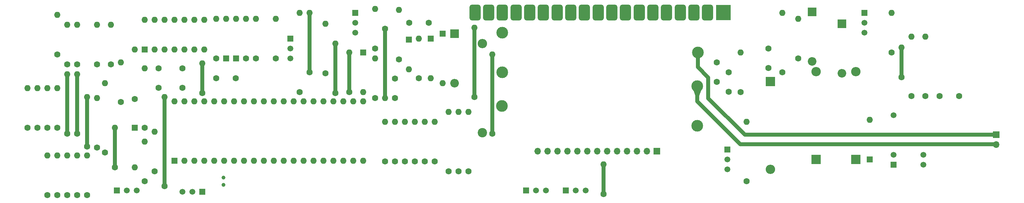
<source format=gtl>
%TF.GenerationSoftware,KiCad,Pcbnew,8.0.1*%
%TF.CreationDate,2024-06-06T00:05:14+02:00*%
%TF.ProjectId,BMW E30 VFL SI Board,424d5720-4533-4302-9056-464c20534920,rev?*%
%TF.SameCoordinates,Original*%
%TF.FileFunction,Copper,L1,Top*%
%TF.FilePolarity,Positive*%
%FSLAX46Y46*%
G04 Gerber Fmt 4.6, Leading zero omitted, Abs format (unit mm)*
G04 Created by KiCad (PCBNEW 8.0.1) date 2024-06-06 00:05:14*
%MOMM*%
%LPD*%
G01*
G04 APERTURE LIST*
G04 Aperture macros list*
%AMRoundRect*
0 Rectangle with rounded corners*
0 $1 Rounding radius*
0 $2 $3 $4 $5 $6 $7 $8 $9 X,Y pos of 4 corners*
0 Add a 4 corners polygon primitive as box body*
4,1,4,$2,$3,$4,$5,$6,$7,$8,$9,$2,$3,0*
0 Add four circle primitives for the rounded corners*
1,1,$1+$1,$2,$3*
1,1,$1+$1,$4,$5*
1,1,$1+$1,$6,$7*
1,1,$1+$1,$8,$9*
0 Add four rect primitives between the rounded corners*
20,1,$1+$1,$2,$3,$4,$5,0*
20,1,$1+$1,$4,$5,$6,$7,0*
20,1,$1+$1,$6,$7,$8,$9,0*
20,1,$1+$1,$8,$9,$2,$3,0*%
G04 Aperture macros list end*
%TA.AperFunction,ComponentPad*%
%ADD10R,1.700000X1.700000*%
%TD*%
%TA.AperFunction,ComponentPad*%
%ADD11O,1.700000X1.700000*%
%TD*%
%TA.AperFunction,ComponentPad*%
%ADD12R,1.600000X1.600000*%
%TD*%
%TA.AperFunction,ComponentPad*%
%ADD13O,1.600000X1.600000*%
%TD*%
%TA.AperFunction,ComponentPad*%
%ADD14R,2.200000X2.200000*%
%TD*%
%TA.AperFunction,ComponentPad*%
%ADD15O,2.200000X2.200000*%
%TD*%
%TA.AperFunction,ComponentPad*%
%ADD16C,1.600000*%
%TD*%
%TA.AperFunction,ComponentPad*%
%ADD17R,2.400000X2.400000*%
%TD*%
%TA.AperFunction,ComponentPad*%
%ADD18O,2.400000X2.400000*%
%TD*%
%TA.AperFunction,ComponentPad*%
%ADD19R,1.500000X1.500000*%
%TD*%
%TA.AperFunction,ComponentPad*%
%ADD20C,1.500000*%
%TD*%
%TA.AperFunction,ComponentPad*%
%ADD21C,3.000000*%
%TD*%
%TA.AperFunction,ComponentPad*%
%ADD22C,1.000000*%
%TD*%
%TA.AperFunction,ComponentPad*%
%ADD23C,2.400000*%
%TD*%
%TA.AperFunction,ComponentPad*%
%ADD24R,3.800000X4.000000*%
%TD*%
%TA.AperFunction,ComponentPad*%
%ADD25RoundRect,0.500000X-0.900000X-1.500000X0.900000X-1.500000X0.900000X1.500000X-0.900000X1.500000X0*%
%TD*%
%TA.AperFunction,Conductor*%
%ADD26C,1.000000*%
%TD*%
%ADD27C,0.350000*%
%ADD28O,1.000000X2.200000*%
G04 APERTURE END LIST*
D10*
%TO.P,JP10,1,A*%
%TO.N,Net-(BT2-P1)*%
X316915600Y-133785000D03*
D11*
%TO.P,JP10,2,B*%
%TO.N,Net-(BT1-N2)*%
X316915600Y-136325000D03*
%TD*%
D12*
%TO.P,D3,1,K*%
%TO.N,Net-(D2-K)*%
X122504000Y-114232000D03*
D13*
%TO.P,D3,2,A*%
%TO.N,Net-(D3-A)*%
X122504000Y-104072000D03*
%TD*%
D14*
%TO.P,D8,1,K*%
%TO.N,Net-(D5-A)*%
X178384000Y-107882000D03*
D15*
%TO.P,D8,2,A*%
%TO.N,Net-(D10-A)*%
X178384000Y-120582000D03*
%TD*%
D16*
%TO.P,R34,1*%
%TO.N,Net-(J1-LED_G5)*%
X170764000Y-140648000D03*
D13*
%TO.P,R34,2*%
%TO.N,Net-(R34-Pad2)*%
X170764000Y-130488000D03*
%TD*%
D16*
%TO.P,C3,1*%
%TO.N,Net-(D2-A)*%
X117424000Y-119312000D03*
%TO.P,C3,2*%
%TO.N,Net-(Q3-B)*%
X122424000Y-119312000D03*
%TD*%
D17*
%TO.P,C10,1*%
%TO.N,Net-(BT1-P1)*%
X270840000Y-140140000D03*
D18*
%TO.P,C10,2*%
%TO.N,Net-(D2-A)*%
X270840000Y-117640000D03*
%TD*%
D16*
%TO.P,R19,1*%
%TO.N,Net-(Q2-B)*%
X99136000Y-145728000D03*
D13*
%TO.P,R19,2*%
%TO.N,Net-(BT1-P1)*%
X99136000Y-135568000D03*
%TD*%
D16*
%TO.P,R103,1*%
%TO.N,Net-(BT1-P1)*%
X91516000Y-142172000D03*
D13*
%TO.P,R103,2*%
X91516000Y-132012000D03*
%TD*%
D16*
%TO.P,R9,1*%
%TO.N,Net-(JP1-B)*%
X76784000Y-132012000D03*
D13*
%TO.P,R9,2*%
%TO.N,Net-(JP1-A)*%
X76784000Y-121852000D03*
%TD*%
D16*
%TO.P,R109,1*%
%TO.N,Net-(D2-A)*%
X160604000Y-106612000D03*
D13*
%TO.P,R109,2*%
X160604000Y-124392000D03*
%TD*%
D16*
%TO.P,R11,1*%
%TO.N,Net-(K1-N0)*%
X88988000Y-138362000D03*
D13*
%TO.P,R11,2*%
%TO.N,Net-(U2A--)*%
X88988000Y-120582000D03*
%TD*%
D16*
%TO.P,R45,1*%
%TO.N,Net-(C6-Pad1)*%
X266268000Y-114232000D03*
D13*
%TO.P,R45,2*%
%TO.N,Net-(D2-A)*%
X266268000Y-104072000D03*
%TD*%
D16*
%TO.P,R17,1*%
%TO.N,Net-(J2-5V)*%
X93040000Y-125408000D03*
D13*
%TO.P,R17,2*%
%TO.N,Net-(U2A--)*%
X93040000Y-115248000D03*
%TD*%
D19*
%TO.P,Q1,1,C*%
%TO.N,Net-(D1-A)*%
X92024000Y-148120000D03*
D20*
%TO.P,Q1,2,B*%
%TO.N,Net-(Q1-B)*%
X94564000Y-148120000D03*
%TO.P,Q1,3,E*%
%TO.N,Net-(D2-A)*%
X97104000Y-148120000D03*
%TD*%
D16*
%TO.P,R3,1*%
%TO.N,Net-(JP7-B)*%
X79324000Y-149284000D03*
D13*
%TO.P,R3,2*%
%TO.N,Net-(JP6-B)*%
X79324000Y-139124000D03*
%TD*%
D16*
%TO.P,R47,1*%
%TO.N,Net-(D10-A)*%
X295224000Y-123884000D03*
D13*
%TO.P,R47,2*%
%TO.N,Net-(J2-Pads-Pad4)*%
X295224000Y-108644000D03*
%TD*%
D16*
%TO.P,R39,1*%
%TO.N,Net-(D7-K)*%
X164160000Y-114486000D03*
D13*
%TO.P,R39,2*%
%TO.N,Net-(D4-K)*%
X164160000Y-101786000D03*
%TD*%
D16*
%TO.P,R105,1*%
%TO.N,Net-(U2A-+)*%
X113868000Y-123122000D03*
D13*
%TO.P,R105,2*%
X113868000Y-115502000D03*
%TD*%
D21*
%TO.P,BT1,1,N1*%
%TO.N,unconnected-(BT1-N1-Pad1)*%
X240468000Y-131492000D03*
%TO.P,BT1,2,N2*%
%TO.N,Net-(BT1-N2)*%
X240468000Y-121332000D03*
%TO.P,BT1,3,P1*%
%TO.N,Net-(BT1-P1)*%
X190468000Y-126412000D03*
%TD*%
D16*
%TO.P,R112,1*%
%TO.N,Net-(D2-A)*%
X216484000Y-149030000D03*
D13*
%TO.P,R112,2*%
X216484000Y-141410000D03*
%TD*%
D16*
%TO.P,C4,1*%
%TO.N,Net-(D2-A)*%
X163144000Y-124392000D03*
%TO.P,C4,2*%
%TO.N,Net-(D6-A)*%
X163144000Y-119392000D03*
%TD*%
D19*
%TO.P,K1,1,COIL_1*%
%TO.N,Net-(D1-A)*%
X290652000Y-141540000D03*
D20*
%TO.P,K1,2,COIL_2*%
%TO.N,Net-(D11-K)*%
X290652000Y-139000000D03*
%TO.P,K1,6,COM*%
%TO.N,Net-(J2-Temp_transm.)*%
X290652000Y-128840000D03*
%TO.P,K1,11,N0*%
%TO.N,Net-(K1-N0)*%
X298272000Y-139000000D03*
%TO.P,K1,12,N1*%
%TO.N,Net-(J2-Temp_gauge)*%
X298272000Y-141540000D03*
%TD*%
D16*
%TO.P,R40,1*%
%TO.N,Net-(J2-5V)*%
X169240000Y-119312000D03*
D13*
%TO.P,R40,2*%
%TO.N,Net-(J2-4{slash}6_cyl.)*%
X169240000Y-109152000D03*
%TD*%
D14*
%TO.P,D9,1,K*%
%TO.N,Net-(D9-K)*%
X269824000Y-102294000D03*
D15*
%TO.P,D9,2,A*%
%TO.N,Net-(D7-A)*%
X269824000Y-114994000D03*
%TD*%
D16*
%TO.P,R26,1*%
%TO.N,Net-(J2-5V)*%
X138760000Y-122868000D03*
D13*
%TO.P,R26,2*%
%TO.N,Net-(Q4-C)*%
X138760000Y-102548000D03*
%TD*%
D10*
%TO.P,J1,1,GND_BULB*%
%TO.N,Net-(D11-K)*%
X230100000Y-138000000D03*
D11*
%TO.P,J1,2,GND_LED*%
%TO.N,Net-(J1-GND_LED)*%
X227560000Y-138000000D03*
%TO.P,J1,3,LED_R3*%
%TO.N,Net-(J1-LED_R3)*%
X225020000Y-138000000D03*
%TO.P,J1,4,LED_R2*%
%TO.N,Net-(J1-LED_R2)*%
X222480000Y-138000000D03*
%TO.P,J1,5,LED_R1*%
%TO.N,Net-(J1-LED_R1)*%
X219940000Y-138000000D03*
%TO.P,J1,6,LED_Y*%
%TO.N,Net-(J1-LED_Y)*%
X217400000Y-138000000D03*
%TO.P,J1,7,LED_G5*%
%TO.N,Net-(J1-LED_G5)*%
X214860000Y-138000000D03*
%TO.P,J1,8,LED_G4*%
%TO.N,Net-(J1-LED_G4)*%
X212320000Y-138000000D03*
%TO.P,J1,9,LED_G3*%
%TO.N,Net-(J1-LED_G3)*%
X209780000Y-138000000D03*
%TO.P,J1,10,LED_G2*%
%TO.N,Net-(J1-LED_G2)*%
X207240000Y-138000000D03*
%TO.P,J1,11,LED_G1*%
%TO.N,Net-(J1-LED_G1)*%
X204700000Y-138000000D03*
%TO.P,J1,12,BULB_INSPECTION*%
%TO.N,Net-(J1-BULB_INSPECTION)*%
X202160000Y-138000000D03*
%TO.P,J1,13,BULB_OILSERVICE*%
%TO.N,Net-(J1-BULB_OILSERVICE)*%
X199620000Y-138000000D03*
%TD*%
D16*
%TO.P,R15,1*%
%TO.N,Net-(BT1-P1)*%
X86944000Y-115756000D03*
D13*
%TO.P,R15,2*%
%TO.N,Net-(U2D-+)*%
X86944000Y-105596000D03*
%TD*%
D17*
%TO.P,C11,1*%
%TO.N,Net-(D11-K)*%
X281000000Y-140140000D03*
D18*
%TO.P,C11,2*%
%TO.N,Net-(D2-A)*%
X281000000Y-117640000D03*
%TD*%
D12*
%TO.P,D2,1,K*%
%TO.N,Net-(D2-K)*%
X119964000Y-114232000D03*
D13*
%TO.P,D2,2,A*%
%TO.N,Net-(D2-A)*%
X119964000Y-104072000D03*
%TD*%
D14*
%TO.P,D10,1,K*%
%TO.N,Net-(D10-K)*%
X277444000Y-105342000D03*
D15*
%TO.P,D10,2,A*%
%TO.N,Net-(D10-A)*%
X277444000Y-118042000D03*
%TD*%
D16*
%TO.P,R22,1*%
%TO.N,Net-(U2B-+)*%
X117424000Y-114232000D03*
D13*
%TO.P,R22,2*%
%TO.N,Net-(D2-A)*%
X117424000Y-104072000D03*
%TD*%
D16*
%TO.P,R5,1*%
%TO.N,Net-(JP5-B)*%
X84404000Y-149284000D03*
D13*
%TO.P,R5,2*%
%TO.N,Net-(J2-5V)*%
X84404000Y-139124000D03*
%TD*%
D12*
%TO.P,D6,1,K*%
%TO.N,Net-(D5-K)*%
X172288000Y-109152000D03*
D13*
%TO.P,D6,2,A*%
%TO.N,Net-(D6-A)*%
X172288000Y-119312000D03*
%TD*%
D19*
%TO.P,Q4,1,C*%
%TO.N,Net-(Q4-C)*%
X152984000Y-102548000D03*
D20*
%TO.P,Q4,2,B*%
%TO.N,Net-(Q4-B)*%
X152984000Y-105088000D03*
%TO.P,Q4,3,E*%
%TO.N,Net-(D2-A)*%
X152984000Y-107628000D03*
%TD*%
D16*
%TO.P,R38,1*%
%TO.N,Net-(J1-LED_G3)*%
X181940000Y-143188000D03*
D13*
%TO.P,R38,2*%
%TO.N,Net-(R38-Pad2)*%
X181940000Y-127948000D03*
%TD*%
D12*
%TO.P,U2,1*%
%TO.N,Net-(Q3-B)*%
X99131000Y-111936000D03*
D13*
%TO.P,U2,2*%
%TO.N,Net-(U1-Pad35)*%
X101671000Y-111936000D03*
%TO.P,U2,3,V+*%
%TO.N,Net-(Q3-C)*%
X104211000Y-111936000D03*
%TO.P,U2,4,-*%
%TO.N,Net-(U2A--)*%
X106751000Y-111936000D03*
%TO.P,U2,5,+*%
%TO.N,Net-(U2A-+)*%
X109291000Y-111936000D03*
%TO.P,U2,6,-*%
%TO.N,Net-(BT1-P1)*%
X111831000Y-111936000D03*
%TO.P,U2,7,+*%
%TO.N,Net-(U2B-+)*%
X114371000Y-111936000D03*
%TO.P,U2,8,-*%
%TO.N,Net-(U2C-+)*%
X114371000Y-104316000D03*
%TO.P,U2,9,+*%
%TO.N,Net-(U2D-+)*%
X111831000Y-104316000D03*
%TO.P,U2,10,-*%
%TO.N,Net-(U2C--)*%
X109291000Y-104316000D03*
%TO.P,U2,11,+*%
%TO.N,Net-(U2C-+)*%
X106751000Y-104316000D03*
%TO.P,U2,12,V-*%
%TO.N,Net-(D2-A)*%
X104211000Y-104316000D03*
%TO.P,U2,13*%
%TO.N,Net-(U1-Pad4)*%
X101671000Y-104316000D03*
%TO.P,U2,14*%
%TO.N,Net-(R13-Pad2)*%
X99131000Y-104316000D03*
%TD*%
D16*
%TO.P,R37,1*%
%TO.N,Net-(J1-LED_G2)*%
X179400000Y-143188000D03*
D13*
%TO.P,R37,2*%
%TO.N,Net-(R37-Pad2)*%
X179400000Y-127948000D03*
%TD*%
D16*
%TO.P,R14,1*%
%TO.N,Net-(U2D-+)*%
X81864000Y-115756000D03*
D13*
%TO.P,R14,2*%
%TO.N,Net-(U2C--)*%
X81864000Y-105596000D03*
%TD*%
D16*
%TO.P,R13,1*%
%TO.N,Net-(U2D-+)*%
X79324000Y-115756000D03*
D13*
%TO.P,R13,2*%
%TO.N,Net-(R13-Pad2)*%
X79324000Y-105596000D03*
%TD*%
D16*
%TO.P,C8,1*%
%TO.N,Net-(D2-A)*%
X258648000Y-116732000D03*
%TO.P,C8,2*%
%TO.N,Net-(D10-A)*%
X258648000Y-111732000D03*
%TD*%
D12*
%TO.P,D7,1,K*%
%TO.N,Net-(D7-K)*%
X175336000Y-107882000D03*
D13*
%TO.P,D7,2,A*%
%TO.N,Net-(D7-A)*%
X175336000Y-120582000D03*
%TD*%
D12*
%TO.P,D11,1,K*%
%TO.N,Net-(D11-K)*%
X284556000Y-140140000D03*
D13*
%TO.P,D11,2,A*%
%TO.N,Net-(D1-A)*%
X284556000Y-129980000D03*
%TD*%
D21*
%TO.P,BT2,1,N1*%
%TO.N,unconnected-(BT2-N1-Pad1)*%
X190600000Y-107628000D03*
%TO.P,BT2,2,N2*%
%TO.N,Net-(BT2-N2)*%
X190600000Y-117788000D03*
%TO.P,BT2,3,P1*%
%TO.N,Net-(BT2-P1)*%
X240600000Y-112708000D03*
%TD*%
D16*
%TO.P,R8,1*%
%TO.N,Net-(JP2-B)*%
X74244000Y-132012000D03*
D13*
%TO.P,R8,2*%
%TO.N,Net-(JP1-B)*%
X74244000Y-121852000D03*
%TD*%
D19*
%TO.P,Q6,1,C*%
%TO.N,Net-(J1-BULB_INSPECTION)*%
X206832000Y-148120000D03*
D20*
%TO.P,Q6,2,B*%
%TO.N,Net-(Q6-B)*%
X209372000Y-148120000D03*
%TO.P,Q6,3,E*%
%TO.N,Net-(D2-A)*%
X211912000Y-148120000D03*
%TD*%
D16*
%TO.P,R16,1*%
%TO.N,Net-(BT2-N2)*%
X90500000Y-115756000D03*
D13*
%TO.P,R16,2*%
%TO.N,Net-(U2C-+)*%
X90500000Y-105596000D03*
%TD*%
D16*
%TO.P,R10,1*%
%TO.N,Net-(JP9-B)*%
X86944000Y-137092000D03*
D13*
%TO.P,R10,2*%
%TO.N,Net-(D1-K)*%
X86944000Y-124392000D03*
%TD*%
D16*
%TO.P,C6,1*%
%TO.N,Net-(C6-Pad1)*%
X245440000Y-120248000D03*
%TO.P,C6,2*%
%TO.N,Net-(D10-A)*%
X245440000Y-115248000D03*
%TD*%
D12*
%TO.P,D4,1,K*%
%TO.N,Net-(D4-K)*%
X155016000Y-112708000D03*
D13*
%TO.P,D4,2,A*%
%TO.N,Net-(D2-A)*%
X155016000Y-122868000D03*
%TD*%
D16*
%TO.P,R36,1*%
%TO.N,Net-(J1-LED_G1)*%
X176860000Y-143188000D03*
D13*
%TO.P,R36,2*%
%TO.N,Net-(R36-Pad2)*%
X176860000Y-127948000D03*
%TD*%
D16*
%TO.P,R35,1*%
%TO.N,Net-(J1-LED_G4)*%
X173304000Y-140648000D03*
D13*
%TO.P,R35,2*%
%TO.N,Net-(R35-Pad2)*%
X173304000Y-130488000D03*
%TD*%
D22*
%TO.P,Y1,1,1*%
%TO.N,Net-(U1-Pad7)*%
X119286000Y-146678000D03*
%TO.P,Y1,2,2*%
%TO.N,Net-(U1-Pad6)*%
X119286000Y-144778000D03*
%TD*%
D16*
%TO.P,R20,1*%
%TO.N,Net-(D1-K)*%
X99136000Y-132012000D03*
D13*
%TO.P,R20,2*%
%TO.N,Net-(U2A-+)*%
X99136000Y-116772000D03*
%TD*%
D19*
%TO.P,Q5,1,C*%
%TO.N,Net-(J1-BULB_OILSERVICE)*%
X196672000Y-148120000D03*
D20*
%TO.P,Q5,2,B*%
%TO.N,Net-(Q5-B)*%
X199212000Y-148120000D03*
%TO.P,Q5,3,E*%
%TO.N,Net-(D2-A)*%
X201752000Y-148120000D03*
%TD*%
D16*
%TO.P,R107,1*%
%TO.N,Net-(Q3-C)*%
X147904000Y-123139000D03*
D13*
%TO.P,R107,2*%
X147904000Y-110439000D03*
%TD*%
D16*
%TO.P,R30,1*%
%TO.N,Net-(J1-LED_R3)*%
X160604000Y-140648000D03*
D13*
%TO.P,R30,2*%
%TO.N,Net-(R30-Pad2)*%
X160604000Y-130488000D03*
%TD*%
D16*
%TO.P,R25,1*%
%TO.N,Net-(Q3-B)*%
X132664000Y-114232000D03*
D13*
%TO.P,R25,2*%
%TO.N,Net-(Q3-C)*%
X132664000Y-104072000D03*
%TD*%
D17*
%TO.P,C9,1*%
%TO.N,Net-(Q3-C)*%
X259156000Y-120180000D03*
D18*
%TO.P,C9,2*%
%TO.N,Net-(D2-A)*%
X259156000Y-142680000D03*
%TD*%
D16*
%TO.P,R29,1*%
%TO.N,Net-(Q4-B)*%
X158064000Y-111692000D03*
D13*
%TO.P,R29,2*%
%TO.N,Net-(C5-Pad1)*%
X158064000Y-101532000D03*
%TD*%
D19*
%TO.P,Q8,1,C*%
%TO.N,Net-(D9-K)*%
X283180000Y-102548000D03*
D20*
%TO.P,Q8,2,B*%
%TO.N,Net-(Q8-B)*%
X283180000Y-105088000D03*
%TO.P,Q8,3,E*%
%TO.N,Net-(D10-K)*%
X283180000Y-107628000D03*
%TD*%
D19*
%TO.P,Q7,1,C*%
%TO.N,Net-(Q7-C)*%
X248128000Y-137600000D03*
D20*
%TO.P,Q7,2,B*%
%TO.N,Net-(J2-5V)*%
X248128000Y-140140000D03*
%TO.P,Q7,3,E*%
%TO.N,Net-(J1-GND_LED)*%
X248128000Y-142680000D03*
%TD*%
D16*
%TO.P,R101,1*%
%TO.N,Net-(D3-A)*%
X81864000Y-133536000D03*
D13*
%TO.P,R101,2*%
X81864000Y-118296000D03*
%TD*%
D16*
%TO.P,R7,1*%
%TO.N,Net-(JP3-B)*%
X71704000Y-132012000D03*
D13*
%TO.P,R7,2*%
%TO.N,Net-(JP2-B)*%
X71704000Y-121852000D03*
%TD*%
D16*
%TO.P,R12,1*%
%TO.N,Net-(U2C--)*%
X76784000Y-113216000D03*
D13*
%TO.P,R12,2*%
%TO.N,Net-(D2-A)*%
X76784000Y-103056000D03*
%TD*%
D16*
%TO.P,R18,1*%
%TO.N,Net-(J2-5V)*%
X96596000Y-124646000D03*
D13*
%TO.P,R18,2*%
%TO.N,Net-(R18-Pad2)*%
X96596000Y-111946000D03*
%TD*%
D16*
%TO.P,R100,1*%
%TO.N,Net-(JP1-A)*%
X79324000Y-133536000D03*
D13*
%TO.P,R100,2*%
X79324000Y-118296000D03*
%TD*%
D16*
%TO.P,R42,1*%
%TO.N,Net-(Q7-C)*%
X253060000Y-145728000D03*
D13*
%TO.P,R42,2*%
%TO.N,Net-(D11-K)*%
X253060000Y-130488000D03*
%TD*%
D16*
%TO.P,C12,1*%
%TO.N,Net-(D10-A)*%
X302376000Y-123884000D03*
%TO.P,C12,2*%
%TO.N,Net-(D9-K)*%
X307376000Y-123884000D03*
%TD*%
%TO.P,C5,1*%
%TO.N,Net-(C5-Pad1)*%
X166740000Y-105088000D03*
%TO.P,C5,2*%
%TO.N,Net-(J2-Speed_pulse)*%
X171740000Y-105088000D03*
%TD*%
%TO.P,C1,1*%
%TO.N,Net-(D2-A)*%
X102692000Y-121812000D03*
%TO.P,C1,2*%
%TO.N,Net-(U2A--)*%
X102692000Y-116812000D03*
%TD*%
D23*
%TO.P,R41,1*%
%TO.N,Net-(D11-K)*%
X185496000Y-133282000D03*
D18*
%TO.P,R41,2*%
%TO.N,Net-(D5-A)*%
X185496000Y-110422000D03*
%TD*%
D24*
%TO.P,J2,1,Term._31*%
%TO.N,Net-(D2-A)*%
X247100000Y-102500000D03*
D25*
%TO.P,J2,2,Pad_wear_ind.*%
%TO.N,Net-(J2-Pad_wear_ind.)*%
X243100000Y-102500000D03*
%TO.P,J2,3,Temp_gauge*%
%TO.N,Net-(J2-Temp_gauge)*%
X239600000Y-102500000D03*
%TO.P,J2,4,Pads*%
%TO.N,Net-(J2-Pads-Pad4)*%
X236100000Y-102500000D03*
%TO.P,J2,5,SI_reset*%
%TO.N,Net-(J2-SI_reset)*%
X232600000Y-102500000D03*
%TO.P,J2,6,Temp_transm.*%
%TO.N,Net-(J2-Temp_transm.)*%
X229100000Y-102500000D03*
%TO.P,J2,7,Term._15*%
%TO.N,Net-(D10-A)*%
X225600000Y-102500000D03*
%TO.P,J2,8,n.c.*%
%TO.N,unconnected-(J2-n.c.-Pad8)*%
X222100000Y-102500000D03*
%TO.P,J2,9,n.c.*%
%TO.N,unconnected-(J2-n.c.-Pad9)*%
X218600000Y-102500000D03*
%TO.P,J2,10,n.c.*%
%TO.N,unconnected-(J2-n.c.-Pad10)*%
X215100000Y-102500000D03*
%TO.P,J2,11,n.c.*%
%TO.N,unconnected-(J2-n.c.-Pad11)*%
X211600000Y-102500000D03*
%TO.P,J2,12,Term._50*%
%TO.N,Net-(D7-A)*%
X208100000Y-102500000D03*
%TO.P,J2,13,Term._30*%
%TO.N,Net-(D6-A)*%
X204600000Y-102500000D03*
%TO.P,J2,14,5V*%
%TO.N,Net-(J2-5V)*%
X201100000Y-102500000D03*
%TO.P,J2,15,Distance_pulse*%
%TO.N,Net-(J2-Distance_pulse)*%
X197600000Y-102500000D03*
%TO.P,J2,16,Speed_pulse*%
%TO.N,Net-(J2-Speed_pulse)*%
X194100000Y-102500000D03*
%TO.P,J2,17,4/6_cyl.*%
%TO.N,Net-(J2-4{slash}6_cyl.)*%
X190600000Y-102500000D03*
%TO.P,J2,18,Free*%
%TO.N,unconnected-(J2-Free-Pad18)*%
X187100000Y-102500000D03*
%TO.P,J2,19,Pads*%
%TO.N,Net-(C6-Pad1)*%
X183600000Y-102500000D03*
%TD*%
D16*
%TO.P,R31,1*%
%TO.N,Net-(J1-LED_R2)*%
X163144000Y-140648000D03*
D13*
%TO.P,R31,2*%
%TO.N,Net-(R31-Pad2)*%
X163144000Y-130488000D03*
%TD*%
D16*
%TO.P,R111,1*%
%TO.N,Net-(J2-5V)*%
X188036000Y-133536000D03*
D13*
%TO.P,R111,2*%
X188036000Y-113216000D03*
%TD*%
D16*
%TO.P,R48,1*%
%TO.N,Net-(D10-A)*%
X298780000Y-123884000D03*
D13*
%TO.P,R48,2*%
%TO.N,Net-(J2-Pads-Pad4)*%
X298780000Y-108644000D03*
%TD*%
D16*
%TO.P,R33,1*%
%TO.N,Net-(J1-LED_Y)*%
X168224000Y-140648000D03*
D13*
%TO.P,R33,2*%
%TO.N,Net-(R33-Pad2)*%
X168224000Y-130488000D03*
%TD*%
D12*
%TO.P,U1,1,1*%
%TO.N,Net-(BT1-P1)*%
X106756000Y-140500000D03*
D13*
%TO.P,U1,2,2*%
%TO.N,unconnected-(U1-Pad2)*%
X109296000Y-140500000D03*
%TO.P,U1,3,3*%
%TO.N,Net-(R13-Pad2)*%
X111836000Y-140500000D03*
%TO.P,U1,4,4*%
%TO.N,Net-(U1-Pad4)*%
X114376000Y-140500000D03*
%TO.P,U1,5,5*%
%TO.N,Net-(Q2-B)*%
X116916000Y-140500000D03*
%TO.P,U1,6,6*%
%TO.N,Net-(U1-Pad6)*%
X119456000Y-140500000D03*
%TO.P,U1,7,7*%
%TO.N,Net-(U1-Pad7)*%
X121996000Y-140500000D03*
%TO.P,U1,8,8*%
%TO.N,unconnected-(U1-Pad8)*%
X124536000Y-140500000D03*
%TO.P,U1,9,9*%
%TO.N,unconnected-(U1-Pad9)*%
X127076000Y-140500000D03*
%TO.P,U1,10,10*%
%TO.N,unconnected-(U1-Pad10)*%
X129616000Y-140500000D03*
%TO.P,U1,11,11*%
%TO.N,unconnected-(U1-Pad11)*%
X132156000Y-140500000D03*
%TO.P,U1,12,12*%
%TO.N,Net-(BT1-P1)*%
X134696000Y-140500000D03*
%TO.P,U1,13,13*%
%TO.N,Net-(Q6-B)*%
X137236000Y-140500000D03*
%TO.P,U1,14,14*%
%TO.N,Net-(Q5-B)*%
X139776000Y-140500000D03*
%TO.P,U1,15,15*%
%TO.N,Net-(R30-Pad2)*%
X142316000Y-140500000D03*
%TO.P,U1,16,16*%
%TO.N,Net-(R31-Pad2)*%
X144856000Y-140500000D03*
%TO.P,U1,17,17*%
%TO.N,Net-(R32-Pad2)*%
X147396000Y-140500000D03*
%TO.P,U1,18,18*%
%TO.N,Net-(R33-Pad2)*%
X149936000Y-140500000D03*
%TO.P,U1,19,19*%
%TO.N,Net-(R34-Pad2)*%
X152476000Y-140500000D03*
%TO.P,U1,20,20*%
%TO.N,Net-(R35-Pad2)*%
X155016000Y-140500000D03*
%TO.P,U1,21,21*%
%TO.N,Net-(D2-A)*%
X155016000Y-125260000D03*
%TO.P,U1,22,22*%
%TO.N,Net-(R38-Pad2)*%
X152476000Y-125260000D03*
%TO.P,U1,23,23*%
%TO.N,Net-(R37-Pad2)*%
X149936000Y-125260000D03*
%TO.P,U1,24,24*%
%TO.N,Net-(R36-Pad2)*%
X147396000Y-125260000D03*
%TO.P,U1,25,25*%
%TO.N,Net-(BT2-N2)*%
X144856000Y-125260000D03*
%TO.P,U1,26,26*%
%TO.N,unconnected-(U1-Pad26)*%
X142316000Y-125260000D03*
%TO.P,U1,27,27*%
%TO.N,unconnected-(U1-Pad27)*%
X139776000Y-125260000D03*
%TO.P,U1,28,28*%
%TO.N,unconnected-(U1-Pad28)*%
X137236000Y-125260000D03*
%TO.P,U1,29,29*%
%TO.N,unconnected-(U1-Pad29)*%
X134696000Y-125260000D03*
%TO.P,U1,30,30*%
%TO.N,Net-(J2-Distance_pulse)*%
X132156000Y-125260000D03*
%TO.P,U1,31,31*%
%TO.N,unconnected-(U1-Pad31)*%
X129616000Y-125260000D03*
%TO.P,U1,32,32*%
%TO.N,Net-(J2-4{slash}6_cyl.)*%
X127076000Y-125260000D03*
%TO.P,U1,33,33*%
%TO.N,unconnected-(U1-Pad33)*%
X124536000Y-125260000D03*
%TO.P,U1,34,34*%
%TO.N,Net-(Q4-C)*%
X121996000Y-125260000D03*
%TO.P,U1,35,35*%
%TO.N,Net-(U1-Pad35)*%
X119456000Y-125260000D03*
%TO.P,U1,36,36*%
%TO.N,Net-(R18-Pad2)*%
X116916000Y-125260000D03*
%TO.P,U1,37,37*%
%TO.N,Net-(D4-K)*%
X114376000Y-125260000D03*
%TO.P,U1,38,38*%
%TO.N,Net-(U2A-+)*%
X111836000Y-125260000D03*
%TO.P,U1,39,39*%
%TO.N,Net-(Q1-B)*%
X109296000Y-125260000D03*
%TO.P,U1,40,40*%
%TO.N,Net-(C7-Pad1)*%
X106756000Y-125260000D03*
%TD*%
D19*
%TO.P,Q3,1,C*%
%TO.N,Net-(Q3-C)*%
X136368000Y-109152000D03*
D20*
%TO.P,Q3,2,B*%
%TO.N,Net-(Q3-B)*%
X136368000Y-111692000D03*
%TO.P,Q3,3,E*%
%TO.N,Net-(BT1-P1)*%
X136368000Y-114232000D03*
%TD*%
D16*
%TO.P,R27,1*%
%TO.N,Net-(D5-K)*%
X145364000Y-118042000D03*
D13*
%TO.P,R27,2*%
%TO.N,Net-(Q3-C)*%
X145364000Y-105342000D03*
%TD*%
D16*
%TO.P,R46,1*%
%TO.N,Net-(J2-Pad_wear_ind.)*%
X290144000Y-112708000D03*
D13*
%TO.P,R46,2*%
%TO.N,Net-(D9-K)*%
X290144000Y-102548000D03*
%TD*%
D16*
%TO.P,R108,1*%
%TO.N,Net-(C7-Pad1)*%
X151460000Y-122868000D03*
D13*
%TO.P,R108,2*%
X151460000Y-112708000D03*
%TD*%
D16*
%TO.P,R32,1*%
%TO.N,Net-(J1-LED_R1)*%
X165712000Y-140648000D03*
D13*
%TO.P,R32,2*%
%TO.N,Net-(R32-Pad2)*%
X165712000Y-130488000D03*
%TD*%
D16*
%TO.P,C7,1*%
%TO.N,Net-(C7-Pad1)*%
X248488000Y-122828000D03*
%TO.P,C7,2*%
%TO.N,Net-(D2-A)*%
X248488000Y-117828000D03*
%TD*%
%TO.P,R23,1*%
%TO.N,Net-(U2B-+)*%
X125044000Y-114232000D03*
D13*
%TO.P,R23,2*%
%TO.N,Net-(JP1-A)*%
X125044000Y-104072000D03*
%TD*%
D16*
%TO.P,R102,1*%
%TO.N,Net-(J2-5V)*%
X84404000Y-136855000D03*
D13*
%TO.P,R102,2*%
X84404000Y-124155000D03*
%TD*%
D16*
%TO.P,R28,1*%
%TO.N,Net-(D2-A)*%
X158064000Y-124392000D03*
D13*
%TO.P,R28,2*%
%TO.N,Net-(Q4-B)*%
X158064000Y-114232000D03*
%TD*%
D16*
%TO.P,C2,1*%
%TO.N,Net-(D2-A)*%
X108788000Y-121812000D03*
%TO.P,C2,2*%
%TO.N,Net-(U2A-+)*%
X108788000Y-116812000D03*
%TD*%
%TO.P,R24,1*%
%TO.N,Net-(Q3-C)*%
X127584000Y-114232000D03*
D13*
%TO.P,R24,2*%
%TO.N,Net-(D3-A)*%
X127584000Y-104072000D03*
%TD*%
D16*
%TO.P,R6,1*%
%TO.N,Net-(D3-A)*%
X69164000Y-132012000D03*
D13*
%TO.P,R6,2*%
%TO.N,Net-(JP3-B)*%
X69164000Y-121852000D03*
%TD*%
D16*
%TO.P,R44,1*%
%TO.N,Net-(C6-Pad1)*%
X262204000Y-117788000D03*
D13*
%TO.P,R44,2*%
%TO.N,Net-(Q8-B)*%
X262204000Y-102548000D03*
%TD*%
D12*
%TO.P,D1,1,K*%
%TO.N,Net-(D1-K)*%
X96596000Y-132012000D03*
D13*
%TO.P,D1,2,A*%
%TO.N,Net-(D1-A)*%
X96596000Y-142172000D03*
%TD*%
D16*
%TO.P,R2,1*%
%TO.N,Net-(JP8-B)*%
X76784000Y-149284000D03*
D13*
%TO.P,R2,2*%
%TO.N,Net-(JP7-B)*%
X76784000Y-139124000D03*
%TD*%
D16*
%TO.P,R113,1*%
%TO.N,Net-(J2-Temp_gauge)*%
X292684000Y-119058000D03*
D13*
%TO.P,R113,2*%
X292684000Y-111438000D03*
%TD*%
D16*
%TO.P,R104,1*%
%TO.N,Net-(Q1-B)*%
X104216000Y-146998000D03*
D13*
%TO.P,R104,2*%
X104216000Y-124138000D03*
%TD*%
D16*
%TO.P,R1,1*%
%TO.N,Net-(JP9-B)*%
X74244000Y-149284000D03*
D13*
%TO.P,R1,2*%
%TO.N,Net-(JP8-B)*%
X74244000Y-139124000D03*
%TD*%
D16*
%TO.P,R43,1*%
%TO.N,Net-(C7-Pad1)*%
X251536000Y-122868000D03*
D13*
%TO.P,R43,2*%
%TO.N,Net-(J2-SI_reset)*%
X251536000Y-112708000D03*
%TD*%
D16*
%TO.P,R4,1*%
%TO.N,Net-(JP6-B)*%
X81864000Y-149284000D03*
D13*
%TO.P,R4,2*%
%TO.N,Net-(JP5-B)*%
X81864000Y-139124000D03*
%TD*%
D16*
%TO.P,R106,1*%
%TO.N,Net-(Q4-C)*%
X141300000Y-117788000D03*
D13*
%TO.P,R106,2*%
X141300000Y-102548000D03*
%TD*%
D16*
%TO.P,R110,1*%
%TO.N,Net-(C6-Pad1)*%
X183464000Y-124138000D03*
D13*
%TO.P,R110,2*%
X183464000Y-106358000D03*
%TD*%
D12*
%TO.P,D5,1,K*%
%TO.N,Net-(D5-K)*%
X166700000Y-109406000D03*
D13*
%TO.P,D5,2,A*%
%TO.N,Net-(D5-A)*%
X166700000Y-117026000D03*
%TD*%
D16*
%TO.P,R21,1*%
%TO.N,Net-(Q2-E)*%
X101676000Y-143188000D03*
D13*
%TO.P,R21,2*%
%TO.N,Net-(BT2-N2)*%
X101676000Y-133028000D03*
%TD*%
D19*
%TO.P,Q2,1,C*%
%TO.N,Net-(D2-A)*%
X113868000Y-148416000D03*
D20*
%TO.P,Q2,2,B*%
%TO.N,Net-(Q2-B)*%
X111328000Y-148416000D03*
%TO.P,Q2,3,E*%
%TO.N,Net-(Q2-E)*%
X108788000Y-148416000D03*
%TD*%
D26*
%TO.N,Net-(BT2-P1)*%
X243255600Y-124442800D02*
X252597800Y-133785000D01*
X243255600Y-119108800D02*
X243255600Y-124442800D01*
X252597800Y-133785000D02*
X316915600Y-133785000D01*
X240600000Y-112708000D02*
X240600000Y-116453200D01*
X240600000Y-116453200D02*
X243255600Y-119108800D01*
%TO.N,Net-(BT1-N2)*%
X316869800Y-136279200D02*
X316915600Y-136325000D01*
X240468000Y-125262000D02*
X251485200Y-136279200D01*
X251485200Y-136279200D02*
X316869800Y-136279200D01*
X240468000Y-121332000D02*
X240468000Y-125262000D01*
%TO.N,Net-(JP1-A)*%
X79324000Y-118296000D02*
X79324000Y-133536000D01*
%TO.N,Net-(U2A-+)*%
X113868000Y-115502000D02*
X113868000Y-123122000D01*
%TO.N,Net-(D2-A)*%
X160604000Y-106612000D02*
X160604000Y-124392000D01*
X216484000Y-141410000D02*
X216484000Y-149030000D01*
%TO.N,Net-(D3-A)*%
X81864000Y-118296000D02*
X81864000Y-133536000D01*
%TO.N,Net-(Q1-B)*%
X104216000Y-124138000D02*
X104216000Y-146998000D01*
%TO.N,Net-(Q4-C)*%
X141300000Y-102548000D02*
X141300000Y-117788000D01*
%TO.N,Net-(Q3-C)*%
X147904000Y-110439000D02*
X147904000Y-123139000D01*
%TO.N,Net-(J2-5V)*%
X188018000Y-113234000D02*
X188018000Y-133518000D01*
X188036000Y-113216000D02*
X188018000Y-113234000D01*
X84404000Y-124155000D02*
X84404000Y-136855000D01*
X188018000Y-133518000D02*
X188036000Y-133536000D01*
%TO.N,Net-(BT1-P1)*%
X91516000Y-132012000D02*
X91516000Y-142172000D01*
%TO.N,Net-(C7-Pad1)*%
X151460000Y-112708000D02*
X151460000Y-122868000D01*
%TO.N,Net-(C6-Pad1)*%
X183464000Y-106358000D02*
X183464000Y-124138000D01*
%TO.N,Net-(J2-Temp_gauge)*%
X292684000Y-111438000D02*
X292684000Y-119058000D01*
%TD*%
%TA.AperFunction,Conductor*%
%TO.N,Net-(BT1-N2)*%
G36*
X239968000Y-123832000D02*
G01*
X240968000Y-123832000D01*
X241468000Y-122427203D01*
X240468000Y-121331000D01*
X239468000Y-122427203D01*
X239968000Y-123832000D01*
G37*
%TD.AperFunction*%
%TD*%
D27*
X316915600Y-133785000D03*
X316915600Y-136325000D03*
X122504000Y-114232000D03*
X122504000Y-104072000D03*
X178384000Y-107882000D03*
X178384000Y-120582000D03*
X170764000Y-140648000D03*
X170764000Y-130488000D03*
X117424000Y-119312000D03*
X122424000Y-119312000D03*
X270840000Y-140140000D03*
X270840000Y-117640000D03*
X99136000Y-145728000D03*
X99136000Y-135568000D03*
X91516000Y-142172000D03*
X91516000Y-132012000D03*
X76784000Y-132012000D03*
X76784000Y-121852000D03*
X160604000Y-106612000D03*
X160604000Y-124392000D03*
X88988000Y-138362000D03*
X88988000Y-120582000D03*
X266268000Y-114232000D03*
X266268000Y-104072000D03*
X93040000Y-125408000D03*
X93040000Y-115248000D03*
X92024000Y-148120000D03*
X94564000Y-148120000D03*
X97104000Y-148120000D03*
X79324000Y-149284000D03*
X79324000Y-139124000D03*
X295224000Y-123884000D03*
X295224000Y-108644000D03*
X164160000Y-114486000D03*
X164160000Y-101786000D03*
X113868000Y-123122000D03*
X113868000Y-115502000D03*
X240468000Y-131492000D03*
X240468000Y-121332000D03*
X190468000Y-126412000D03*
X216484000Y-149030000D03*
X216484000Y-141410000D03*
X163144000Y-124392000D03*
X163144000Y-119392000D03*
X290652000Y-141540000D03*
X290652000Y-139000000D03*
X290652000Y-128840000D03*
X298272000Y-139000000D03*
X298272000Y-141540000D03*
X169240000Y-119312000D03*
X169240000Y-109152000D03*
X269824000Y-102294000D03*
X269824000Y-114994000D03*
X138760000Y-122868000D03*
X138760000Y-102548000D03*
X230100000Y-138000000D03*
X227560000Y-138000000D03*
X225020000Y-138000000D03*
X222480000Y-138000000D03*
X219940000Y-138000000D03*
X217400000Y-138000000D03*
X214860000Y-138000000D03*
X212320000Y-138000000D03*
X209780000Y-138000000D03*
X207240000Y-138000000D03*
X204700000Y-138000000D03*
X202160000Y-138000000D03*
X199620000Y-138000000D03*
X86944000Y-115756000D03*
X86944000Y-105596000D03*
X281000000Y-140140000D03*
X281000000Y-117640000D03*
X119964000Y-114232000D03*
X119964000Y-104072000D03*
X277444000Y-105342000D03*
X277444000Y-118042000D03*
X117424000Y-114232000D03*
X117424000Y-104072000D03*
X84404000Y-149284000D03*
X84404000Y-139124000D03*
X172288000Y-109152000D03*
X172288000Y-119312000D03*
X152984000Y-102548000D03*
X152984000Y-105088000D03*
X152984000Y-107628000D03*
X181940000Y-143188000D03*
X181940000Y-127948000D03*
X99131000Y-111936000D03*
X101671000Y-111936000D03*
X104211000Y-111936000D03*
X106751000Y-111936000D03*
X109291000Y-111936000D03*
X111831000Y-111936000D03*
X114371000Y-111936000D03*
X114371000Y-104316000D03*
X111831000Y-104316000D03*
X109291000Y-104316000D03*
X106751000Y-104316000D03*
X104211000Y-104316000D03*
X101671000Y-104316000D03*
X99131000Y-104316000D03*
X179400000Y-143188000D03*
X179400000Y-127948000D03*
X81864000Y-115756000D03*
X81864000Y-105596000D03*
X79324000Y-115756000D03*
X79324000Y-105596000D03*
X258648000Y-116732000D03*
X258648000Y-111732000D03*
X175336000Y-107882000D03*
X175336000Y-120582000D03*
X284556000Y-140140000D03*
X284556000Y-129980000D03*
X190600000Y-107628000D03*
X190600000Y-117788000D03*
X240600000Y-112708000D03*
X74244000Y-132012000D03*
X74244000Y-121852000D03*
X206832000Y-148120000D03*
X209372000Y-148120000D03*
X211912000Y-148120000D03*
X90500000Y-115756000D03*
X90500000Y-105596000D03*
X86944000Y-137092000D03*
X86944000Y-124392000D03*
X245440000Y-120248000D03*
X245440000Y-115248000D03*
X155016000Y-112708000D03*
X155016000Y-122868000D03*
X176860000Y-143188000D03*
X176860000Y-127948000D03*
X173304000Y-140648000D03*
X173304000Y-130488000D03*
X119286000Y-146678000D03*
X119286000Y-144778000D03*
X99136000Y-132012000D03*
X99136000Y-116772000D03*
X196672000Y-148120000D03*
X199212000Y-148120000D03*
X201752000Y-148120000D03*
X147904000Y-123139000D03*
X147904000Y-110439000D03*
X160604000Y-140648000D03*
X160604000Y-130488000D03*
X132664000Y-114232000D03*
X132664000Y-104072000D03*
X259156000Y-120180000D03*
X259156000Y-142680000D03*
X158064000Y-111692000D03*
X158064000Y-101532000D03*
X283180000Y-102548000D03*
X283180000Y-105088000D03*
X283180000Y-107628000D03*
X248128000Y-137600000D03*
X248128000Y-140140000D03*
X248128000Y-142680000D03*
X81864000Y-133536000D03*
X81864000Y-118296000D03*
X71704000Y-132012000D03*
X71704000Y-121852000D03*
X76784000Y-113216000D03*
X76784000Y-103056000D03*
X96596000Y-124646000D03*
X96596000Y-111946000D03*
X79324000Y-133536000D03*
X79324000Y-118296000D03*
X253060000Y-145728000D03*
X253060000Y-130488000D03*
X302376000Y-123884000D03*
X307376000Y-123884000D03*
X166740000Y-105088000D03*
X171740000Y-105088000D03*
X102692000Y-121812000D03*
X102692000Y-116812000D03*
X185496000Y-133282000D03*
X185496000Y-110422000D03*
D28*
X246600000Y-102500000D03*
X243100000Y-102500000D03*
X239600000Y-102500000D03*
X236100000Y-102500000D03*
X232600000Y-102500000D03*
X229100000Y-102500000D03*
X225600000Y-102500000D03*
X222100000Y-102500000D03*
X218600000Y-102500000D03*
X215100000Y-102500000D03*
X211600000Y-102500000D03*
X208100000Y-102500000D03*
X204600000Y-102500000D03*
X201100000Y-102500000D03*
X197600000Y-102500000D03*
X194100000Y-102500000D03*
X190600000Y-102500000D03*
X187100000Y-102500000D03*
X183600000Y-102500000D03*
D27*
X163144000Y-140648000D03*
X163144000Y-130488000D03*
X188036000Y-133536000D03*
X188036000Y-113216000D03*
X298780000Y-123884000D03*
X298780000Y-108644000D03*
X168224000Y-140648000D03*
X168224000Y-130488000D03*
X106756000Y-140500000D03*
X109296000Y-140500000D03*
X111836000Y-140500000D03*
X114376000Y-140500000D03*
X116916000Y-140500000D03*
X119456000Y-140500000D03*
X121996000Y-140500000D03*
X124536000Y-140500000D03*
X127076000Y-140500000D03*
X129616000Y-140500000D03*
X132156000Y-140500000D03*
X134696000Y-140500000D03*
X137236000Y-140500000D03*
X139776000Y-140500000D03*
X142316000Y-140500000D03*
X144856000Y-140500000D03*
X147396000Y-140500000D03*
X149936000Y-140500000D03*
X152476000Y-140500000D03*
X155016000Y-140500000D03*
X155016000Y-125260000D03*
X152476000Y-125260000D03*
X149936000Y-125260000D03*
X147396000Y-125260000D03*
X144856000Y-125260000D03*
X142316000Y-125260000D03*
X139776000Y-125260000D03*
X137236000Y-125260000D03*
X134696000Y-125260000D03*
X132156000Y-125260000D03*
X129616000Y-125260000D03*
X127076000Y-125260000D03*
X124536000Y-125260000D03*
X121996000Y-125260000D03*
X119456000Y-125260000D03*
X116916000Y-125260000D03*
X114376000Y-125260000D03*
X111836000Y-125260000D03*
X109296000Y-125260000D03*
X106756000Y-125260000D03*
X136368000Y-109152000D03*
X136368000Y-111692000D03*
X136368000Y-114232000D03*
X145364000Y-118042000D03*
X145364000Y-105342000D03*
X290144000Y-112708000D03*
X290144000Y-102548000D03*
X151460000Y-122868000D03*
X151460000Y-112708000D03*
X165712000Y-140648000D03*
X165712000Y-130488000D03*
X248488000Y-122828000D03*
X248488000Y-117828000D03*
X125044000Y-114232000D03*
X125044000Y-104072000D03*
X84404000Y-136855000D03*
X84404000Y-124155000D03*
X158064000Y-124392000D03*
X158064000Y-114232000D03*
X108788000Y-121812000D03*
X108788000Y-116812000D03*
X127584000Y-114232000D03*
X127584000Y-104072000D03*
X69164000Y-132012000D03*
X69164000Y-121852000D03*
X262204000Y-117788000D03*
X262204000Y-102548000D03*
X96596000Y-132012000D03*
X96596000Y-142172000D03*
X76784000Y-149284000D03*
X76784000Y-139124000D03*
X292684000Y-119058000D03*
X292684000Y-111438000D03*
X104216000Y-146998000D03*
X104216000Y-124138000D03*
X74244000Y-149284000D03*
X74244000Y-139124000D03*
X251536000Y-122868000D03*
X251536000Y-112708000D03*
X81864000Y-149284000D03*
X81864000Y-139124000D03*
X141300000Y-117788000D03*
X141300000Y-102548000D03*
X183464000Y-124138000D03*
X183464000Y-106358000D03*
X166700000Y-109406000D03*
X166700000Y-117026000D03*
X101676000Y-143188000D03*
X101676000Y-133028000D03*
X113868000Y-148416000D03*
X111328000Y-148416000D03*
X108788000Y-148416000D03*
M02*

</source>
